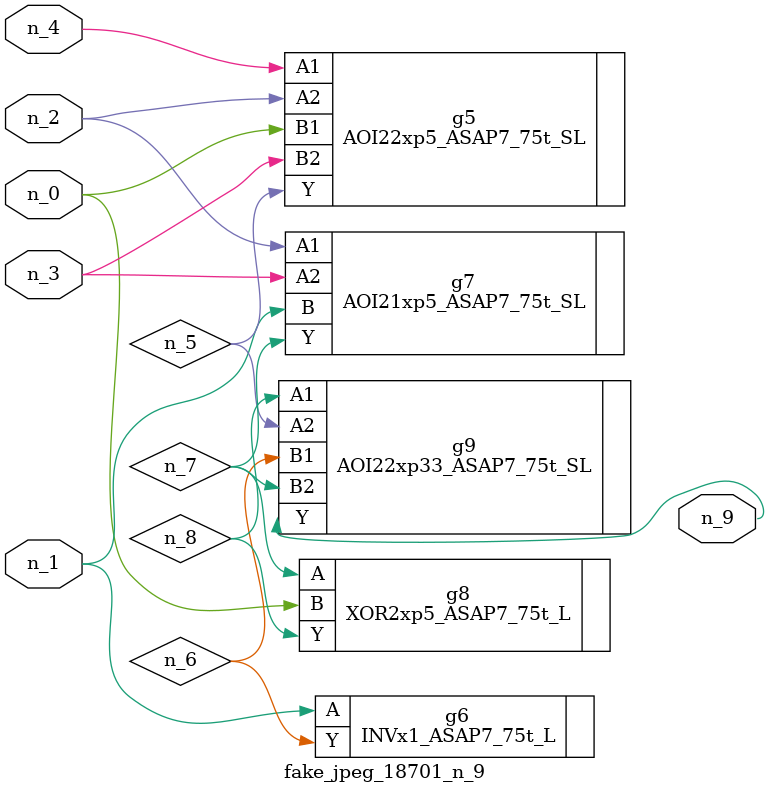
<source format=v>
module fake_jpeg_18701_n_9 (n_3, n_2, n_1, n_0, n_4, n_9);

input n_3;
input n_2;
input n_1;
input n_0;
input n_4;

output n_9;

wire n_8;
wire n_6;
wire n_5;
wire n_7;

AOI22xp5_ASAP7_75t_SL g5 ( 
.A1(n_4),
.A2(n_2),
.B1(n_0),
.B2(n_3),
.Y(n_5)
);

INVx1_ASAP7_75t_L g6 ( 
.A(n_1),
.Y(n_6)
);

AOI21xp5_ASAP7_75t_SL g7 ( 
.A1(n_2),
.A2(n_3),
.B(n_1),
.Y(n_7)
);

XOR2xp5_ASAP7_75t_L g8 ( 
.A(n_7),
.B(n_0),
.Y(n_8)
);

AOI22xp33_ASAP7_75t_SL g9 ( 
.A1(n_8),
.A2(n_5),
.B1(n_6),
.B2(n_7),
.Y(n_9)
);


endmodule
</source>
